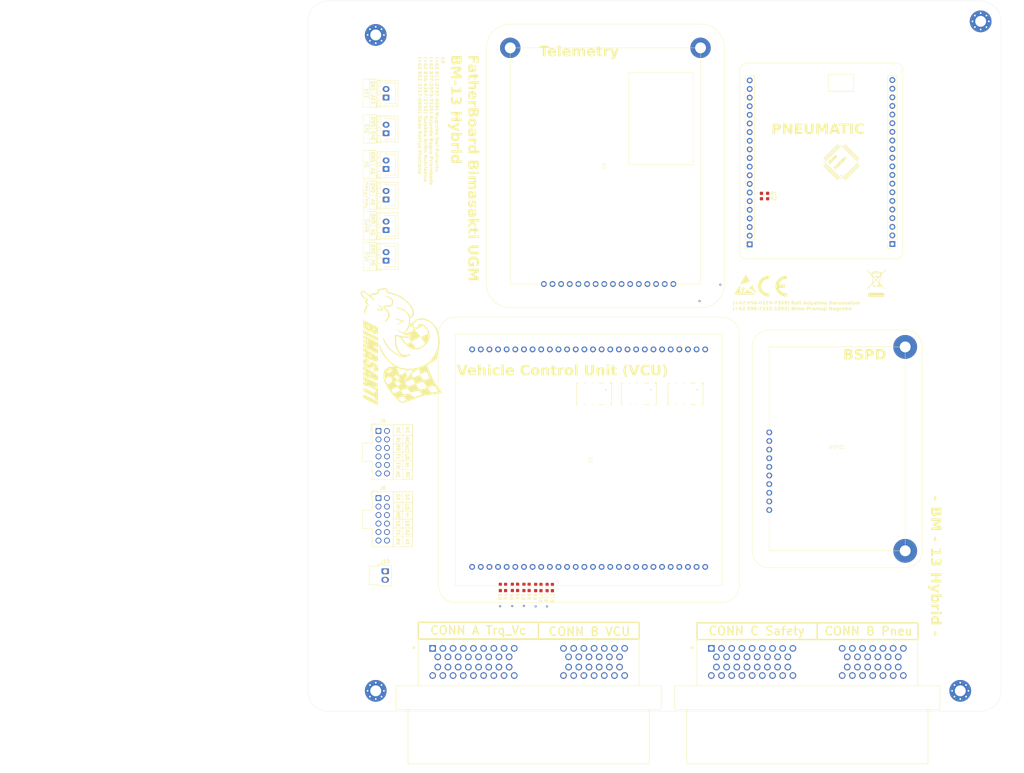
<source format=kicad_pcb>
(kicad_pcb (version 20241229) (generator "pcbnew") (generator_version "9.0")
  (layers (0 "F.Cu" signal) (2 "B.Cu" signal) (13 "F.Paste" user) (15 "B.Paste" user) (5 "F.SilkS" user "F.Silkscreen") (7 "B.SilkS" user "B.Silkscreen") (1 "F.Mask" user) (3 "B.Mask" user) (25 "Edge.Cuts" user))
  (net 0 "")
  (net 2 "SDC_B")
  (net 3 "GND")
  (net 4 "12V")
  (net 5 "3V3")
  (net 6 "ECU_LO")
  (net 7 "ESC2_LO")
  (net 8 "ESC1_LO")
  (net 10 "DISP_HI")
  (net 11 "BMS_LO")
  (net 12 "ECU_HI")
  (net 14 "IND_SWITCH")
  (net 15 "BMS_HI")
  (net 17 "ESC1_HI")
  (net 18 "ESC2_HI")
  (net 19 "TPS")
  (net 21 "DISP_LO")
  (net 22 "STEER_IN")
  (net 23 "BRK_P")
  (net 24 "SS")
  (net 25 "SUSP4")
  (net 26 "ENG_RLY")
  (net 27 "SUSP2")
  (net 28 "APPS_IN1")
  (net 29 "STM_RX")
  (net 30 "APPS_IN2")
  (net 31 "SCK")
  (net 32 "AIR")
  (net 33 "MISO")
  (net 34 "MOSI")
  (net 35 "AMB_TEMP")
  (net 36 "SUSP1")
  (net 37 "SUSP3")
  (net 38 "SWITCH_HY")
  (net 39 "STM_TX")
  (net 40 "WS_FL")
  (net 41 "WS_FR")
  (net 42 "WS_RL")
  (net 43 "WS_RR")
  (net 44 "SCK_T")
  (net 47 "MISO_T")
  (net 49 "MOSI_T")
  (net 52 "CS_T")
  (net 59 "SAFETY")
  (net 60 "SDC_IN")
  (net 61 "FAN_BATT")
  (net 62 "BRAKE_LIGHT")
  (net 63 "SDC_OUT")
  (net 64 "PDM")
  (net 70 "TX_PNEU")
  (net 71 "RX_PNEU")
  (net 117 "5V_T")
  (net 118 "5V_B")
  (net 119 "5V_V")
  (net 120 "5V_P")
  (net 121 "PNEU_UP")
  (net 122 "PNEU_DOWN")
  (net 123 "UP")
  (net 124 "DOWN")
  (net 128 "SUSP1_L")
  (net 129 "SUSP2_L")
  (net 130 "SUSP3_L")
  (net 131 "SUSP4_L")
  (net 132 "BRK_P_L")
  (net 142 "GPOS")
  (footprint "Resistor_SMD:R_0603_1608Metric_Pad0.98x0.95mm_HandSolder" (layer "F.Cu") (at 208.213748 272.587356 -90)
    (property "Reference" "R4" (at 2.660815 -0.017242 90) (layer "F.SilkS"))
    (property "Value" "3K")
    (pad "1" smd roundrect (at -0.9125 0 270) (size 0.975 0.95) (layers "F.Cu" "F.Mask" "F.Paste") (net 128 "SUSP1_L"))
    (pad "2" smd roundrect (at 0.9125 0 270) (size 0.975 0.95) (layers "F.Cu" "F.Mask" "F.Paste") (net 36 "SUSP1"))
  )
  (footprint "Resistor_SMD:R_0603_1608Metric_Pad0.98x0.95mm_HandSolder" (layer "F.Cu") (at 215.143046 272.577142 -90)
    (property "Reference" "R8" (at 2.669061 -0.125378 90) (layer "F.SilkS"))
    (property "Value" "3K")
    (pad "1" smd roundrect (at -0.9125 0 270) (size 0.975 0.95) (layers "F.Cu" "F.Mask" "F.Paste") (net 130 "SUSP3_L"))
    (pad "2" smd roundrect (at 0.9125 0 270) (size 0.975 0.95) (layers "F.Cu" "F.Mask" "F.Paste") (net 37 "SUSP3"))
  )
  (footprint "Connector_JST:JST_XH_B2B-XH-A_1x02_P2.50mm_Vertical" (layer "F.Cu") (at 173.05 158.425 90)
    (property "Reference" "Tele/Pneu" (at 1.275 -5.8 90) (layer "F.SilkS"))
    (property "Value" "5V_1")
    (pad "1" thru_hole roundrect (at 0 0 90) (size 1.7 2) (drill 1) (layers "*.Cu" "*.Mask") (roundrect_rratio 0.147059) (net 117 "5V_T"))
    (pad "2" thru_hole oval (at 2.5 0 90) (size 1.7 2) (drill 1) (layers "*.Cu" "*.Mask") (net 3 "GND"))
  )
  (footprint "Connector_Molex:Molex_Nano-Fit_105310-xx12_2x06_P2.50mm_Vertical" (layer "F.Cu") (at 170.8 226.525)
    (property "Reference" "J9" (at 1.25 -2.92 0) (layer "F.SilkS"))
    (property "Value" "SIGNAL 2")
    (pad "" np_thru_hole circle (at -1.34 6.25) (size 1.3 1.3) (drill 1.3) (layers "*.Cu" "*.Mask"))
    (pad "1" thru_hole roundrect (at 0 0) (size 1.7 1.7) (drill 1.2) (layers "*.Cu" "*.Mask") (roundrect_rratio 0.147059))
    (pad "2" thru_hole circle (at 0 2.5) (size 1.7 1.7) (drill 1.2) (layers "*.Cu" "*.Mask") (net 42 "WS_RL"))
    (pad "3" thru_hole circle (at 0 5) (size 1.7 1.7) (drill 1.2) (layers "*.Cu" "*.Mask") (net 43 "WS_RR"))
    (pad "4" thru_hole circle (at 0 7.5) (size 1.7 1.7) (drill 1.2) (layers "*.Cu" "*.Mask") (net 40 "WS_FL"))
    (pad "5" thru_hole circle (at 0 10) (size 1.7 1.7) (drill 1.2) (layers "*.Cu" "*.Mask") (net 41 "WS_FR"))
    (pad "6" thru_hole circle (at 0 12.5) (size 1.7 1.7) (drill 1.2) (layers "*.Cu" "*.Mask"))
    (pad "7" thru_hole circle (at 2.5 0) (size 1.7 1.7) (drill 1.2) (layers "*.Cu" "*.Mask"))
    (pad "8" thru_hole circle (at 2.5 2.5) (size 1.7 1.7) (drill 1.2) (layers "*.Cu" "*.Mask"))
    (pad "9" thru_hole circle (at 2.5 5) (size 1.7 1.7) (drill 1.2) (layers "*.Cu" "*.Mask"))
    (pad "10" thru_hole circle (at 2.5 7.5) (size 1.7 1.7) (drill 1.2) (layers "*.Cu" "*.Mask") (net 7 "ESC2_LO"))
    (pad "11" thru_hole circle (at 2.5 10) (size 1.7 1.7) (drill 1.2) (layers "*.Cu" "*.Mask") (net 18 "ESC2_HI"))
    (pad "12" thru_hole circle (at 2.5 12.5) (size 1.7 1.7) (drill 1.2) (layers "*.Cu" "*.Mask"))
  )
  (footprint "Resistor_SMD:R_0603_1608Metric_Pad0.98x0.95mm_HandSolder" (layer "F.Cu") (at 284.4125 156.6 180)
    (property "Reference" "R2" (at -2.7125 -1.525 0) (layer "F.SilkS"))
    (property "Value" "R")
    (pad "1" smd roundrect (at -0.9125 0 180) (size 0.975 0.95) (layers "F.Cu" "F.Mask" "F.Paste") (net 3 "GND"))
    (pad "2" smd roundrect (at 0.9125 0 180) (size 0.975 0.95) (layers "F.Cu" "F.Mask" "F.Paste") (net 123 "UP"))
  )
  (footprint "Symbol:WEEE-Logo_5.6x8mm_SilkScreen" (layer "F.Cu") (at 317.275 183.025)
    (property "Reference" "REF**" (hide yes))
    (property "Value" "WEEE-Logo_5.6x8mm_SilkScreen" (hide yes))
  )
  (footprint "Resistor_SMD:R_0603_1608Metric_Pad0.98x0.95mm_HandSolder" (layer "F.Cu") (at 218.626 272.604475 -90)
    (property "Reference" "R10" (at 2.928868 -0.050939 90) (layer "F.SilkS"))
    (property "Value" "3K")
    (pad "1" smd roundrect (at -0.9125 0 270) (size 0.975 0.95) (layers "F.Cu" "F.Mask" "F.Paste") (net 131 "SUSP4_L"))
    (pad "2" smd roundrect (at 0.9125 0 270) (size 0.975 0.95) (layers "F.Cu" "F.Mask" "F.Paste") (net 25 "SUSP4"))
  )
  (footprint "0_FootprintTelemetry:0_FootprintTelemetry" (layer "F.Cu") (at 237.575 148.55 90)
    (property "Reference" "U4" (at 0 -0.5 90) (layer "F.SilkS") (effects (font (thickness 0.1))))
    (property "Value" "~")
    (pad "1" thru_hole circle (at -34.75 20 90) (size 1.7 1.7) (drill 1) (layers "*.Cu" "*.Mask") (net 117 "5V_T"))
    (pad "2" thru_hole circle (at -34.75 17.46 90) (size 1.7 1.7) (drill 1) (layers "*.Cu" "*.Mask") (net 3 "GND"))
    (pad "3" thru_hole circle (at -34.75 14.92 90) (size 1.7 1.7) (drill 1) (layers "*.Cu" "*.Mask") (net 3 "GND"))
    (pad "4" thru_hole circle (at -34.75 12.38 90) (size 1.7 1.7) (drill 1) (layers "*.Cu" "*.Mask") (net 3 "GND"))
    (pad "5" thru_hole circle (at -34.75 9.84 90) (size 1.7 1.7) (drill 1) (layers "*.Cu" "*.Mask") (net 52 "CS_T"))
    (pad "6" thru_hole circle (at -34.75 7.3 90) (size 1.7 1.7) (drill 1) (layers "*.Cu" "*.Mask") (net 49 "MOSI_T"))
    (pad "7" thru_hole circle (at -34.75 4.76 90) (size 1.7 1.7) (drill 1) (layers "*.Cu" "*.Mask") (net 47 "MISO_T"))
    (pad "8" thru_hole circle (at -34.75 2.22 90) (size 1.7 1.7) (drill 1) (layers "*.Cu" "*.Mask") (net 44 "SCK_T"))
    (pad "9" thru_hole circle (at -34.75 -0.32 90) (size 1.7 1.7) (drill 1) (layers "*.Cu" "*.Mask") (net 3 "GND"))
    (pad "10" thru_hole circle (at -34.75 -2.86 90) (size 1.7 1.7) (drill 1) (layers "*.Cu" "*.Mask") (net 3 "GND"))
    (pad "11" thru_hole circle (at -34.75 -5.4 90) (size 1.7 1.7) (drill 1) (layers "*.Cu" "*.Mask") (net 3 "GND"))
    (pad "12" thru_hole circle (at -34.75 -7.94 90) (size 1.7 1.7) (drill 1) (layers "*.Cu" "*.Mask") (net 3 "GND"))
    (pad "12" thru_hole circle (at 34.75 28 90) (size 6 6) (drill 3.2) (layers "*.Cu" "*.Mask") (net 3 "GND"))
    (pad "13" thru_hole circle (at -34.75 -10.48 90) (size 1.7 1.7) (drill 1) (layers "*.Cu" "*.Mask") (net 3 "GND"))
    (pad "13" thru_hole circle (at 34.75 -28 90) (size 6 6) (drill 3.2) (layers "*.Cu" "*.Mask") (net 3 "GND"))
    (pad "14" thru_hole circle (at -34.75 -13.02 90) (size 1.7 1.7) (drill 1) (layers "*.Cu" "*.Mask") (net 3 "GND"))
    (pad "15" thru_hole circle (at -34.75 -15.56 90) (size 1.7 1.7) (drill 1) (layers "*.Cu" "*.Mask") (net 3 "GND"))
    (pad "16" thru_hole circle (at -34.75 -18.1 90) (size 1.7 1.7) (drill 1) (layers "*.Cu" "*.Mask") (net 3 "GND"))
  )
  (footprint "Resistor_SMD:R_0603_1608Metric_Pad0.98x0.95mm_HandSolder" (layer "F.Cu") (at 206.668616 272.590818 -90)
    (property "Reference" "R3" (at 2.789593 0.029301 90) (layer "F.SilkS"))
    (property "Value" "2K")
    (pad "1" smd roundrect (at -0.9125 0 270) (size 0.975 0.95) (layers "F.Cu" "F.Mask" "F.Paste") (net 128 "SUSP1_L"))
    (pad "2" smd roundrect (at 0.9125 0 270) (size 0.975 0.95) (layers "F.Cu" "F.Mask" "F.Paste") (net 3 "GND"))
  )
  (footprint "MountingHole:MountingHole_3.2mm_M3_Pad_Via" (layer "F.Cu") (at 170 110)
    (property "Reference" "REF**" (hide yes))
    (property "Value" "MountingHole_3.2mm_M3_Pad_Via")
    (pad "1" thru_hole circle (at -2.4 0) (size 0.8 0.8) (drill 0.5) (layers "*.Cu" "*.Mask"))
    (pad "1" thru_hole circle (at -1.697056 -1.697056) (size 0.8 0.8) (drill 0.5) (layers "*.Cu" "*.Mask"))
    (pad "1" thru_hole circle (at -1.697056 1.697056) (size 0.8 0.8) (drill 0.5) (layers "*.Cu" "*.Mask"))
    (pad "1" thru_hole circle (at 0 -2.4) (size 0.8 0.8) (drill 0.5) (layers "*.Cu" "*.Mask"))
    (pad "1" thru_hole circle (at 0 0) (size 6.4 6.4) (drill 3.2) (layers "*.Cu" "*.Mask"))
    (pad "1" thru_hole circle (at 0 2.4) (size 0.8 0.8) (drill 0.5) (layers "*.Cu" "*.Mask"))
    (pad "1" thru_hole circle (at 1.697056 -1.697056) (size 0.8 0.8) (drill 0.5) (layers "*.Cu" "*.Mask"))
    (pad "1" thru_hole circle (at 1.697056 1.697056) (size 0.8 0.8) (drill 0.5) (layers "*.Cu" "*.Mask"))
    (pad "1" thru_hole circle (at 2.4 0) (size 0.8 0.8) (drill 0.5) (layers "*.Cu" "*.Mask"))
  )
  (footprint "Resistor_SMD:R_0603_1608Metric_Pad0.98x0.95mm_HandSolder" (layer "F.Cu") (at 211.746249 272.564011 -90)
    (property "Reference" "R6" (at 2.563345 0 90) (layer "F.SilkS"))
    (property "Value" "3K")
    (pad "1" smd roundrect (at -0.9125 0 270) (size 0.975 0.95) (layers "F.Cu" "F.Mask" "F.Paste") (net 129 "SUSP2_L"))
    (pad "2" smd roundrect (at 0.9125 0 270) (size 0.975 0.95) (layers "F.Cu" "F.Mask" "F.Paste") (net 27 "SUSP2"))
  )
  (footprint "Symbol:CE-Logo_8.5x6mm_SilkScreen" (layer "F.Cu") (at 286.75 183.925)
    (property "Reference" "REF**" (hide yes))
    (property "Value" "CE-Logo_8.5x6mm_SilkScreen" (hide yes))
  )
  (footprint "0_FootPrintBPSD:FootPrintBPSD" (layer "F.Cu") (at 305.8 231.8)
    (property "Reference" "BSPD1" (at 0 -0.5 0) (layer "F.SilkS") (effects (font (thickness 0.1))))
    (property "Value" "~")
    (pad "1" thru_hole circle (at -20 18) (size 1.7 1.7) (drill 1) (layers "*.Cu" "*.Mask"))
    (pad "2" thru_hole circle (at -20 15.46) (size 1.7 1.7) (drill 1) (layers "*.Cu" "*.Mask"))
    (pad "3" thru_hole circle (at -20 12.92) (size 1.7 1.7) (drill 1) (layers "*.Cu" "*.Mask") (net 2 "SDC_B"))
    (pad "4" thru_hole circle (at -20 10.38) (size 1.7 1.7) (drill 1) (layers "*.Cu" "*.Mask") (net 63 "SDC_OUT"))
    (pad "5" thru_hole circle (at -20 7.84) (size 1.7 1.7) (drill 1) (layers "*.Cu" "*.Mask") (net 19 "TPS"))
    (pad "6" thru_hole circle (at -20 5.3) (size 1.7 1.7) (drill 1) (layers "*.Cu" "*.Mask") (net 23 "BRK_P"))
    (pad "7" thru_hole circle (at -20 2.76) (size 1.7 1.7) (drill 1) (layers "*.Cu" "*.Mask") (net 118 "5V_B"))
    (pad "8" thru_hole circle (at -20 0.22) (size 1.7 1.7) (drill 1) (layers "*.Cu" "*.Mask"))
    (pad "9" thru_hole circle (at -20 -2.32) (size 1.7 1.7) (drill 1) (layers "*.Cu" "*.Mask"))
    (pad "10" thru_hole circle (at -20 -4.86) (size 1.7 1.7) (drill 1) (layers "*.Cu" "*.Mask") (net 3 "GND"))
    (pad "12" thru_hole circle (at 20 -30) (size 7 7) (drill 3.2) (layers "*.Cu" "*.Mask") (net 3 "GND"))
    (pad "14" thru_hole circle (at 20 30) (size 7 7) (drill 3.2) (layers "*.Cu" "*.Mask") (net 3 "GND"))
  )
  (footprint "MountingHole:MountingHole_3.2mm_M3_Pad_Via" (layer "F.Cu") (at 170 303)
    (property "Reference" "REF**" (hide yes))
    (property "Value" "MountingHole_3.2mm_M3_Pad_Via")
    (pad "1" thru_hole circle (at -2.4 0) (size 0.8 0.8) (drill 0.5) (layers "*.Cu" "*.Mask"))
    (pad "1" thru_hole circle (at -1.697056 -1.697056) (size 0.8 0.8) (drill 0.5) (layers "*.Cu" "*.Mask"))
    (pad "1" thru_hole circle (at -1.697056 1.697056) (size 0.8 0.8) (drill 0.5) (layers "*.Cu" "*.Mask"))
    (pad "1" thru_hole circle (at 0 -2.4) (size 0.8 0.8) (drill 0.5) (layers "*.Cu" "*.Mask"))
    (pad "1" thru_hole circle (at 0 0) (size 6.4 6.4) (drill 3.2) (layers "*.Cu" "*.Mask"))
    (pad "1" thru_hole circle (at 0 2.4) (size 0.8 0.8) (drill 0.5) (layers "*.Cu" "*.Mask"))
    (pad "1" thru_hole circle (at 1.697056 -1.697056) (size 0.8 0.8) (drill 0.5) (layers "*.Cu" "*.Mask"))
    (pad "1" thru_hole circle (at 1.697056 1.697056) (size 0.8 0.8) (drill 0.5) (layers "*.Cu" "*.Mask"))
    (pad "1" thru_hole circle (at 2.4 0) (size 0.8 0.8) (drill 0.5) (layers "*.Cu" "*.Mask"))
  )
  (footprint "Resistor_SMD:R_0603_1608Metric_Pad0.98x0.95mm_HandSolder" (layer "F.Cu") (at 284.4125 158.2)
    (property "Reference" "R1" (at 2.6875 -1.5 0) (layer "F.SilkS"))
    (property "Value" "R")
    (pad "1" smd roundrect (at -0.9125 0) (size 0.975 0.95) (layers "F.Cu" "F.Mask" "F.Paste") (net 124 "DOWN"))
    (pad "2" smd roundrect (at 0.9125 0) (size 0.975 0.95) (layers "F.Cu" "F.Mask" "F.Paste") (net 3 "GND"))
  )
  (footprint "Resistor_SMD:R_0603_1608Metric_Pad0.98x0.95mm_HandSolder" (layer "F.Cu") (at 220.425573 272.6115 -90)
    (property "Reference" "R11" (at 2.845761 0.140013 90) (layer "F.SilkS"))
    (property "Value" "2K")
    (pad "1" smd roundrect (at -0.9125 0 270) (size 0.975 0.95) (layers "F.Cu" "F.Mask" "F.Paste") (net 132 "BRK_P_L"))
    (pad "2" smd roundrect (at 0.9125 0 270) (size 0.975 0.95) (layers "F.Cu" "F.Mask" "F.Paste") (net 3 "GND"))
  )
  (footprint "Connector_JST:JST_XH_B2B-XH-A_1x02_P2.50mm_Vertical" (layer "F.Cu") (at 173.05 138.925 90)
    (property "Reference" "3V3" (at 1.275 -5.65 90) (layer "F.SilkS"))
    (property "Value" "3V3_1")
    (pad "1" thru_hole roundrect (at 0 0 90) (size 1.7 2) (drill 1) (layers "*.Cu" "*.Mask") (roundrect_rratio 0.147059) (net 5 "3V3"))
    (pad "2" thru_hole oval (at 2.5 0 90) (size 1.7 2) (drill 1) (layers "*.Cu" "*.Mask") (net 3 "GND"))
  )
  (footprint "MountingHole:MountingHole_3.2mm_M3_Pad_Via" (layer "F.Cu") (at 348 106)
    (property "Reference" "REF**" (hide yes))
    (property "Value" "MountingHole_3.2mm_M3_Pad_Via")
    (pad "1" thru_hole circle (at -2.4 0) (size 0.8 0.8) (drill 0.5) (layers "*.Cu" "*.Mask"))
    (pad "1" thru_hole circle (at -1.697056 -1.697056) (size 0.8 0.8) (drill 0.5) (layers "*.Cu" "*.Mask"))
    (pad "1" thru_hole circle (at -1.697056 1.697056) (size 0.8 0.8) (drill 0.5) (layers "*.Cu" "*.Mask"))
    (pad "1" thru_hole circle (at 0 -2.4) (size 0.8 0.8) (drill 0.5) (layers "*.Cu" "*.Mask"))
    (pad "1" thru_hole circle (at 0 0) (size 6.4 6.4) (drill 3.2) (layers "*.Cu" "*.Mask"))
    (pad "1" thru_hole circle (at 0 2.4) (size 0.8 0.8) (drill 0.5) (layers "*.Cu" "*.Mask"))
    (pad "1" thru_hole circle (at 1.697056 -1.697056) (size 0.8 0.8) (drill 0.5) (layers "*.Cu" "*.Mask"))
    (pad "1" thru_hole circle (at 1.697056 1.697056) (size 0.8 0.8) (drill 0.5) (layers "*.Cu" "*.Mask"))
    (pad "1" thru_hole circle (at 2.4 0) (size 0.8 0.8) (drill 0.5) (layers "*.Cu" "*.Mask"))
  )
  (footprint "Resistor_SMD:R_0603_1608Metric_Pad0.98x0.95mm_HandSolder" (layer "F.Cu") (at 221.985804 272.620843 -90)
    (property "Reference" "R12" (at 3.0125 -0.1 90) (layer "F.SilkS"))
    (property "Value" "3K")
    (pad "1" smd roundrect (at -0.9125 0 270) (size 0.975 0.95) (layers "F.Cu" "F.Mask" "F.Paste") (net 132 "BRK_P_L"))
    (pad "2" smd roundrect (at 0.9125 0 270) (size 0.975 0.95) (layers "F.Cu" "F.Mask" "F.Paste") (net 23 "BRK_P"))
  )
  (footprint "Resistor_SMD:R_0603_1608Metric_Pad0.98x0.95mm_HandSolder" (layer "F.Cu") (at 210.202148 272.566761 -90)
    (property "Reference" "R5" (at 2.833572 0.099176 90) (layer "F.SilkS"))
    (property "Value" "2K")
    (pad "1" smd roundrect (at -0.9125 0 270) (size 0.975 0.95) (layers "F.Cu" "F.Mask" "F.Paste") (net 129 "SUSP2_L"))
    (pad "2" smd roundrect (at 0.9125 0 270) (size 0.975 0.95) (layers "F.Cu" "F.Mask" "F.Paste") (net 3 "GND"))
  )
  (footprint "Bimasakti:BIMSAK GEDE BANGET" (layer "F.Cu") (at 177.475 201.75 -90)
    (property "Reference" "G***" (hide yes))
    (property "Value" "LOGO" (hide yes))
  )
  (footprint "Connector_JST:JST_XH_B2B-XH-A_1x02_P2.50mm_Vertical" (layer "F.Cu") (at 173.05 167.425 90)
    (property "Reference" "BSPD" (at 1.275 -5.65 90) (layer "F.SilkS"))
    (property "Value" "5V_2")
    (pad "1" thru_hole roundrect (at 0 0 90) (size 1.7 2) (drill 1) (layers "*.Cu" "*.Mask") (roundrect_rratio 0.147059) (net 118 "5V_B"))
    (pad "2" thru_hole oval (at 2.5 0 90) (size 1.7 2) (drill 1) (layers "*.Cu" "*.Mask") (net 3 "GND"))
  )
  (footprint "Connector_JST:JST_XH_B2B-XH-A_1x02_P2.50mm_Vertical" (layer "F.Cu") (at 173.05 149.425 90)
    (property "Reference" "5V" (at 1.275 -5.7 90) (layer "F.SilkS"))
    (property "Value" "5V_5")
    (pad "1" thru_hole roundrect (at 0 0 90) (size 1.7 2) (drill 1) (layers "*.Cu" "*.Mask") (roundrect_rratio 0.147059) (net 120 "5V_P"))
    (pad "2" thru_hole oval (at 2.5 0 90) (size 1.7 2) (drill 1) (layers "*.Cu" "*.Mask") (net 3 "GND"))
  )
  (footprint "MountingHole:MountingHole_3.2mm_M3_Pad_Via" (layer "F.Cu") (at 342 303)
    (property "Reference" "REF**" (hide yes))
    (property "Value" "MountingHole_3.2mm_M3_Pad_Via")
    (pad "1" thru_hole circle (at -2.4 0) (size 0.8 0.8) (drill 0.5) (layers "*.Cu" "*.Mask"))
    (pad "1" thru_hole circle (at -1.697056 -1.697056) (size 0.8 0.8) (drill 0.5) (layers "*.Cu" "*.Mask"))
    (pad "1" thru_hole circle (at -1.697056 1.697056) (size 0.8 0.8) (drill 0.5) (layers "*.Cu" "*.Mask"))
    (pad "1" thru_hole circle (at 0 -2.4) (size 0.8 0.8) (drill 0.5) (layers "*.Cu" "*.Mask"))
    (pad "1" thru_hole circle (at 0 0) (size 6.4 6.4) (drill 3.2) (layers "*.Cu" "*.Mask"))
    (pad "1" thru_hole circle (at 0 2.4) (size 0.8 0.8) (drill 0.5) (layers "*.Cu" "*.Mask"))
    (pad "1" thru_hole circle (at 1.697056 -1.697056) (size 0.8 0.8) (drill 0.5) (layers "*.Cu" "*.Mask"))
    (pad "1" thru_hole circle (at 1.697056 1.697056) (size 0.8 0.8) (drill 0.5) (layers "*.Cu" "*.Mask"))
    (pad "1" thru_hole circle (at 2.4 0) (size 0.8 0.8) (drill 0.5) (layers "*.Cu" "*.Mask"))
  )
  (footprint "Connector_JST:JST_XH_B2B-XH-A_1x02_P2.50mm_Vertical" (layer "F.Cu") (at 173.05 176.425 90)
    (property "Reference" "VCU" (at 1.225 -5.65 90) (layer "F.SilkS"))
    (property "Value" "5V_3")
    (pad "1" thru_hole roundrect (at 0 0 90) (size 1.7 2) (drill 1) (layers "*.Cu" "*.Mask") (roundrect_rratio 0.147059) (net 119 "5V_V"))
    (pad "2" thru_hole oval (at 2.5 0 90) (size 1.7 2) (drill 1) (layers "*.Cu" "*.Mask") (net 3 "GND"))
  )
  (footprint "Resistor_SMD:R_0603_1608Metric_Pad0.98x0.95mm_HandSolder" (layer "F.Cu") (at 213.602057 272.576484 -90)
    (property "Reference" "R7" (at 2.825795 0.020256 90) (layer "F.SilkS"))
    (property "Value" "2K")
    (pad "1" smd roundrect (at -0.9125 0 270) (size 0.975 0.95) (layers "F.Cu" "F.Mask" "F.Paste") (net 130 "SUSP3_L"))
    (pad "2" smd roundrect (at 0.9125 0 270) (size 0.975 0.95) (layers "F.Cu" "F.Mask" "F.Paste") (net 3 "GND"))
  )
  (footprint "0_FootprintVCU:FootprintVCU" (layer "F.Cu") (at 232.7 235.025 -90)
    (property "Reference" "U2" (at 0 -0.5 270) (layer "F.SilkS") (effects (font (thickness 0.1))))
    (property "Value" "~")
    (fp_text user "*" (at -22.5806 -6.248001 270) (layer "F.SilkS"))
    (fp_text user "*" (at -20.6533 -32.243836 90) (layer "F.SilkS"))
    (fp_text user "*" (at -20.6533 -18.527836 90) (layer "F.SilkS"))
    (fp_text user "*" (at -22.5806 -33.172001 270) (layer "F.SilkS"))
    (fp_text user "*" (at -22.5806 -19.456001 270) (layer "F.SilkS"))
    (fp_text user "*" (at -20.6533 -5.319836 90) (layer "F.SilkS"))
    (pad "1" thru_hole circle (at -32.5 -34.25 270) (size 1.7 1.7) (drill 1) (layers "*.Cu" "*.Mask") (net 4 "12V"))
    (pad "2" thru_hole circle (at -32.5 -31.71 270) (size 1.7 1.7) (drill 1) (layers "*.Cu" "*.Mask") (net 3 "GND"))
    (pad "3" thru_hole circle (at -32.5 -29.17 270) (size 1.7 1.7) (drill 1) (layers "*.Cu" "*.Mask") (net 26 "ENG_RLY"))
    (pad "4" thru_hole circle (at -32.5 -26.63 270) (size 1.7 1.7) (drill 1) (layers "*.Cu" "*.Mask") (net 64 "PDM"))
    (pad "5" thru_hole circle (at -32.5 -24.09 270) (size 1.7 1.7) (drill 1) (layers "*.Cu" "*.Mask") (net 59 "SAFETY"))
    (pad "6" thru_hole circle (at -32.5 -21.55 270) (size 1.7 1.7) (drill 1) (layers "*.Cu" "*.Mask") (net 38 "SWITCH_HY"))
    (pad "7" thru_hole circle (at -32.5 -19.01 270) (size 1.7 1.7) (drill 1) (layers "*.Cu" "*.Mask") (net 32 "AIR"))
    (pad "8" thru_hole circle (at -32.5 -16.47 270) (size 1.7 1.7) (drill 1) (layers "*.Cu" "*.Mask") (net 59 "SAFETY"))
    (pad "9" thru_hole circle (at -32.5 -13.93 270) (size 1.7 1.7) (drill 1) (layers "*.Cu" "*.Mask") (net 60 "SDC_IN"))
    (pad "10" thru_hole circle (at -32.5 -11.39 270) (size 1.7 1.7) (drill 1) (layers "*.Cu" "*.Mask") (net 2 "SDC_B"))
    (pad "11" thru_hole circle (at -32.5 -8.85 270) (size 1.7 1.7) (drill 1) (layers "*.Cu" "*.Mask") (net 62 "BRAKE_LIGHT"))
    (pad "12" thru_hole circle (at -32.5 -6.31 270) (size 1.7 1.7) (drill 1) (layers "*.Cu" "*.Mask") (net 61 "FAN_BATT"))
    (pad "13" thru_hole circle (at -32.5 -3.77 270) (size 1.7 1.7) (drill 1) (layers "*.Cu" "*.Mask") (net 3 "GND"))
    (pad "14" thru_hole circle (at -32.5 -1.23 270) (size 1.7 1.7) (drill 1) (layers "*.Cu" "*.Mask") (net 39 "STM_TX"))
    (pad "15" thru_hole circle (at -32.5 1.31 270) (size 1.7 1.7) (drill 1) (layers "*.Cu" "*.Mask") (net 3 "GND"))
    (pad "16" thru_hole circle (at -32.5 3.85 270) (size 1.7 1.7) (drill 1) (layers "*.Cu" "*.Mask") (net 29 "STM_RX"))
    (pad "17" thru_hole circle (at -32.5 6.39 270) (size 1.7 1.7) (drill 1) (layers "*.Cu" "*.Mask") (net 3 "GND"))
    (pad "18" thru_hole circle (at -32.5 8.93 270) (size 1.7 1.7) (drill 1) (layers "*.Cu" "*.Mask") (net 3 "GND"))
    (pad "19" thru_hole circle (at -32.5 11.47 270) (size 1.7 1.7) (drill 1) (layers "*.Cu" "*.Mask") (net 52 "CS_T"))
    (pad "20" thru_hole circle (at -32.5 14.01 270) (size 1.7 1.7) (drill 1) (layers "*.Cu" "*.Mask") (net 3 "GND"))
    (pad "21" thru_hole circle (at -32.5 16.55 270) (size 1.7 1.7) (drill 1) (layers "*.Cu" "*.Mask") (net 49 "MOSI_T"))
    (pad "22" thru_hole circle (at -32.5 19.09 270) (size 1.7 1.7) (drill 1) (layers "*.Cu" "*.Mask") (net 3 "GND"))
    (pad "23" thru_hole circle (at -32.5 21.63 270) (size 1.7 1.7) (drill 1) (layers "*.Cu" "*.Mask") (net 47 "MISO_T"))
    (pad "24" thru_hole circle (at -32.5 24.17 270) (size 1.7 1.7) (drill 1) (layers "*.Cu" "*.Mask") (net 3 "GND"))
    (pad "25" thru_hole circle (at -32.5 26.71 270) (size 1.7 1.7) (drill 1) (layers "*.Cu" "*.Mask") (net 44 "SCK_T"))
    (pad "26" thru_hole circle (at -32.5 29.25 270) (size 1.7 1.7) (drill 1) (layers "*.Cu" "*.Mask") (net 3 "GND"))
    (pad "27" thru_hole circle (at -32.5 31.79 270) (size 1.7 1.7) (drill 1) (layers "*.Cu" "*.Mask") (net 14 "IND_SWITCH"))
    (pad "28" thru_hole circle (at -32.5 34.33 270) (size 1.7 1.7) (drill 1) (layers "*.Cu" "*.Mask") (net 119 "5V_V"))
    (pad "29" thru_hole circle (at 31.5 -34.25 270) (size 1.7 1.7) (drill 1) (layers "*.Cu" "*.Mask") (net 119 "5V_V"))
    (pad "30" thru_hole circle (at 31.5 -31.71 270) (size 1.7 1.7) (drill 1) (layers "*.Cu" "*.Mask") (net 3 "GND"))
    (pad "31" thru_hole circle (at 31.5 -29.17 270) (size 1.7 1.7) (drill 1) (layers "*.Cu" "*.Mask") (net 3 "GND"))
    (pad "32" thru_hole circle (at 31.5 -26.63 270) (size 1.7 1.7) (drill 1) (layers "*.Cu" "*.Mask") (net 12 "ECU_HI"))
    (pad "33" thru_hole circle (at 31.5 -24.09 270) (size 1.7 1.7) (drill 1) (layers "*.Cu" "*.Mask") (net 6 "ECU_LO"))
    (pad "34" thru_hole circle (at 31.5 -21.55 270) (size 1.7 1.7) (drill 1) (layers "*.Cu" "*.Mask") (net 3 "GND"))
    (pad "35" thru_hole circle (at 31.5 -19.01 270) (size 1.7 1.7) (drill 1) (layers "*.Cu" "*.Mask") (net 15 "BMS_HI"))
    (pad "36" thru_hole circle (at 31.5 -16.47 270) (size 1.7 1.7) (drill 1) (layers "*.Cu" "*.Mask") (net 11 "BMS_LO"))
    (pad "37" thru_hole circle (at 31.5 -13.93 270) (size 1.7 1.7) (drill 1) (layers "*.Cu" "*.Mask") (net 3 "GND"))
    (pad "38" thru_hole circle (at 31.5 -11.39 270) (size 1.7 1.7) (drill 1) (layers "*.Cu" "*.Mask") (net 10 "DISP_HI"))
    (pad "39" thru_hole circle (at 31.5 -8.85 270) (size 1.7 1.7) (drill 1) (layers "*.Cu" "*.Mask") (net 21 "DISP_LO"))
    (pad "40" thru_hole circle (at 31.5 -6.31 270) (size 1.7 1.7) (drill 1) (layers "*.Cu" "*.Mask") (net 3 "GND"))
    (pad "41" thru_hole circle (at 31.5 -3.77 270) (size 1.7 1.7) (drill 1) (layers "*.Cu" "*.Mask") (net 3 "GND"))
    (pad "42" thru_hole circle (at 31.5 -1.23 270) (size 1.7 1.7) (drill 1) (layers "*.Cu" "*.Mask"))
    (pad "43" thru_hole circle (at 31.5 1.31 270) (size 1.7 1.7) (drill 1) (layers "*.Cu" "*.Mask"))
    (pad "44" thru_hole circle (at 31.5 3.85 270) (size 1.7 1.7) (drill 1) (layers "*.Cu" "*.Mask"))
    (pad "45" thru_hole circle (at 31.5 6.39 270) (size 1.7 1.7) (drill 1) (layers "*.Cu" "*.Mask") (net 132 "BRK_P_L"))
    (pad "46" thru_hole circle (at 31.5 8.93 270) (size 1.7 1.7) (drill 1) (layers "*.Cu" "*.Mask") (net 131 "SUSP4_L"))
    (pad "47" thru_hole circle (at 31.5 11.47 270) (size 1.7 1.7) (drill 1) (layers "*.Cu" "*.Mask") (net 130 "SUSP3_L"))
    (pad "48" thru_hole circle (at 31.5 14.01 270) (size 1.7 1.7) (drill 1) (layers "*.Cu" "*.Mask") (net 129 "SUSP2_L"))
    (pad "49" thru_hole circle (at 31.5 16.55 270) (size 1.7 1.7) (drill 1) (layers "*.Cu" "*.Mask") (net 128 "SUSP1_L"))
    (pad "50" thru_hole circle (at 31.5 19.09 270) (size 1.7 1.7) (drill 1) (layers "*.Cu" "*.Mask") (net 3 "GND"))
    (pad "51" thru_hole circle (at 31.5 21.63 270) (size 1.7 1.7) (drill 1) (layers "*.Cu" "*.Mask") (net 71 "RX_PNEU"))
    (pad "52" thru_hole circle (at 31.5 24.17 270) (size 1.7 1.7) (drill 1) (layers "*.Cu" "*.Mask") (net 70 "TX_PNEU"))
    (pad "53" thru_hole circle (at 31.5 26.71 270) (size 1.7 1.7) (drill 1) (layers "*.Cu" "*.Mask") (net 3 "GND"))
    (pad "54" thru_hole circle (at 31.5 29.25 270) (size 1.7 1.7) (drill 1) (layers "*.Cu" "*.Mask"))
    (pad "55" thru_hole circle (at 31.5 31.79 270) (size 1.7 1.7) (drill 1) (layers "*.Cu" "*.Mask"))
    (pad "56" thru_hole circle (at 31.5 34.33 270) (size 1.7 1.7) (drill 1) (layers "*.Cu" "*.Mask") (net 3 "GND"))
  )
  (footprint "Resistor_SMD:R_0603_1608Metric_Pad0.98x0.95mm_HandSolder" (layer "F.Cu") (at 217.056427 272.604475 -90)
    (property "Reference" "R9" (at 2.798772 0.032866 90) (layer "F.SilkS"))
    (property "Value" "2K")
    (pad "1" smd roundrect (at -0.9125 0 270) (size 0.975 0.95) (layers "F.Cu" "F.Mask" "F.Paste") (net 131 "SUSP4_L"))
    (pad "2" smd roundrect (at 0.9125 0 270) (size 0.975 0.95) (layers "F.Cu" "F.Mask" "F.Paste") (net 3 "GND"))
  )
  (footprint "Connector_JST:JST_XH_B2B-XH-A_1x02_P2.50mm_Vertical" (layer "F.Cu") (at 173.05 128.425 90)
    (property "Reference" "12V" (at 1.25 -5.7 90) (layer "F.SilkS"))
    (property "Value" "12V")
    (pad "1" thru_hole roundrect (at 0 0 90) (size 1.7 2) (drill 1) (layers "*.Cu" "*.Mask") (roundrect_rratio 0.147059) (net 4 "12V"))
    (pad "2" thru_hole oval (at 2.5 0 90) (size 1.7 2) (drill 1) (layers "*.Cu" "*.Mask") (net 3 "GND"))
  )
  (footprint "Connector_Molex:Molex_Nano-Fit_105309-xx02_1x02_P2.50mm_Vertical" (layer "F.Cu") (at 172.775 267.825)
    (property "Reference" "J10" (at 0 -2.92 0) (layer "F.SilkS"))
    (property "Value" "power")
    (pad "" np_thru_hole circle (at -1.34 1.25) (size 1.3 1.3) (drill 1.3) (layers "*.Cu" "*.Mask"))
    (pad "1" thru_hole custom (at 0 0) (size 1.417157 1.417157) (drill 1.2) (layers "*.Cu" "*.Mask") (net 4 "12V") (options (clearance outline) (anchor circle)) (primitives (gr_poly (pts (xy -0.85 -0.6) (xy 0.85 -0.6) (xy 0.85 0.6) (xy -0.596447 0.6) (xy -0.85 0.346447)) (width 0.5) (fill yes))))
    (pad "2" thru_hole oval (at 0 2.5) (size 2.2 1.7) (drill 1.2) (layers "*.Cu" "*.Mask") (net 3 "GND"))
  )
  (footprint "0_VCU_CONNECTOR_TE_6437288-3:VCU_CONNECTOR_TE_6437288-3" (layer "F.Cu") (at 300 305)
    (property "Reference" "J11" (hide yes))
    (property "Value" "6437288-3")
    (pad "" np_thru_hole circle (at -38.5 0) (size 3.3 3.3) (drill 3.3) (layers "*.Cu" "*.Mask"))
    (pad "" np_thru_hole circle (at 0 0) (size 3.3 3.3) (drill 3.3) (layers "*.Cu" "*.Mask"))
    (pad "" np_thru_hole circle (at 32.5 0) (size 3.3 3.3) (drill 3.3) (layers "*.Cu" "*.Mask"))
    (pad "1" thru_hole rect (at -31.25 -14.5) (size 1.95 1.95) (drill 1.3) (layers "*.Cu" "*.Mask") (net 62 "BRAKE_LIGHT"))
    (pad "2" thru_hole circle (at -28.25 -14.5) (size 1.95 1.95) (drill 1.3) (layers "*.Cu" "*.Mask") (net 60 "SDC_IN"))
    (pad "3" thru_hole circle (at -25.25 -14.5) (size 1.95 1.95) (drill 1.3) (layers "*.Cu" "*.Mask") (net 59 "SAFETY"))
    (pad "4" thru_hole circle (at -22.25 -14.5) (size 1.95 1.95) (drill 1.3) (layers "*.Cu" "*.Mask") (net 32 "AIR"))
    (pad "5" thru_hole circle (at -19.25 -14.5) (size 1.95 1.95) (drill 1.3) (layers "*.Cu" "*.Mask") (net 38 "SWITCH_HY"))
    (pad "6" thru_hole circle (at -16.25 -14.5) (size 1.95 1.95) (drill 1.3) (layers "*.Cu" "*.Mask") (net 64 "PDM"))
    (pad "7" thru_hole circle (at -13.25 -14.5) (size 1.95 1.95) (drill 1.3) (layers "*.Cu" "*.Mask") (net 26 "ENG_RLY"))
    (pad "8" thru_hole circle (at -10.25 -14.5) (size 1.95 1.95) (drill 1.3) (layers "*.Cu" "*.Mask"))
    (pad "9" thru_hole circle (at -7.25 -14.5) (size 1.95 1.95) (drill 1.3) (layers "*.Cu" "*.Mask") (net 63 "SDC_OUT"))
    (pad "10" thru_hole circle (at -29.75 -12) (size 1.95 1.95) (drill 1.3) (layers "*.Cu" "*.Mask") (net 61 "FAN_BATT"))
    (pad "11" thru_hole circle (at -26.75 -12) (size 1.95 1.95) (drill 1.3) (layers "*.Cu" "*.Mask"))
    (pad "12" thru_hole circle (at -23.75 -12) (size 1.95 1.95) (drill 1.3) (layers "*.Cu" "*.Mask"))
    (pad "13" thru_hole circle (at -20.75 -12) (size 1.95 1.95) (drill 1.3) (layers "*.Cu" "*.Mask"))
    (pad "14" thru_hole circle (at -17.75 -12) (size 1.95 1.95) (drill 1.3) (layers "*.Cu" "*.Mask"))
    (pad "15" thru_hole circle (at -14.75 -12) (size 1.95 1.95) (drill 1.3) (layers "*.Cu" "*.Mask"))
    (pad "16" thru_hole circle (at -11.75 -12) (size 1.95 1.95) (drill 1.3) (layers "*.Cu" "*.Mask"))
    (pad "17" thru_hole circle (at -8.75 -12) (size 1.95 1.95) (drill 1.3) (layers "*.Cu" "*.Mask") (net 19 "TPS"))
    (pad "18" thru_hole circle (at -29.75 -9) (size 1.95 1.95) (drill 1.3) (layers "*.Cu" "*.Mask") (net 14 "IND_SWITCH"))
    (pad "19" thru_hole circle (at -26.75 -9) (size 1.95 1.95) (drill 1.3) (layers "*.Cu" "*.Mask"))
    (pad "20" thru_hole circle (at -23.75 -9) (size 1.95 1.95) (drill 1.3) (layers "*.Cu" "*.Mask"))
    (pad "21" thru_hole circle (at -20.75 -9) (size 1.95 1.95) (drill 1.3) (layers "*.Cu" "*.Mask"))
    (pad "22" thru_hole circle (at -17.75 -9) (size 1.95 1.95) (drill 1.3) (layers "*.Cu" "*.Mask"))
    (pad "23" thru_hole circle (at -14.75 -9) (size 1.95 1.95) (drill 1.3) (layers "*.Cu" "*.Mask"))
    (pad "24" thru_hole circle (at -11.75 -9) (size 1.95 1.95) (drill 1.3) (layers "*.Cu" "*.Mask"))
    (pad "25" thru_hole circle (at -8.75 -9) (size 1.95 1.95) (drill 1.3) (layers "*.Cu" "*.Mask"))
    (pad "26" thru_hole circle (at -31.25 -6.5) (size 1.95 1.95) (drill 1.3) (layers "*.Cu" "*.Mask"))
    (pad "27" thru_hole circle (at -28.25 -6.5) (size 1.95 1.95) (drill 1.3) (layers "*.Cu" "*.Mask"))
    (pad "28" thru_hole circle (at -25.25 -6.5) (size 1.95 1.95) (drill 1.3) (layers "*.Cu" "*.Mask"))
    (pad "29" thru_hole circle (at -22.25 -6.5) (size 1.95 1.95) (drill 1.3) (layers "*.Cu" "*.Mask"))
    (pad "30" thru_hole circle (at -19.25 -6.5) (size 1.95 1.95) (drill 1.3) (layers "*.Cu" "*.Mask"))
    (pad "31" thru_hole circle (at -16.25 -6.5) (size 1.95 1.95) (drill 1.3) (layers "*.Cu" "*.Mask"))
    (pad "32" thru_hole circle (at -13.25 -6.5) (size 1.95 1.95) (drill 1.3) (layers "*.Cu" "*.Mask"))
    (pad "33" thru_hole circle (at -10.25 -6.5) (size 1.95 1.95) (drill 1.3) (layers "*.Cu" "*.Mask"))
    (pad "34" thru_hole circle (at -7.25 -6.5) (size 1.95 1.95) (drill 1.3) (layers "*.Cu" "*.Mask") (net 3 "GND"))
    (pad "35" thru_hole circle (at 7.25 -14.5) (size 1.95 1.95) (drill 1.3) (layers "*.Cu" "*.Mask"))
    (pad "36" thru_hole circle (at 10.25 -14.5) (size 1.95 1.95) (drill 1.3) (layers "*.Cu" "*.Mask"))
    (pad "37" thru_hole circle (at 13.25 -14.5) (size 1.95 1.95) (drill 1.3) (layers "*.Cu" "*.Mask") (net 122 "PNEU_DOWN"))
    (pad "38" thru_hole circle (at 16.25 -14.5) (size 1.95 1.95) (drill 1.3) (layers "*.Cu" "*.Mask") (net 124 "DOWN"))
    (pad "39" thru_hole circle (at 19.25 -14.5) (size 1.95 1.95) (drill 1.3) (layers "*.Cu" "*.Mask") (net 123 "UP"))
    (pad "40" thru_hole circle (at 22.25 -14.5) (size 1.95 1.95) (drill 1.3) (layers "*.Cu" "*.Mask") (net 121 "PNEU_UP"))
    (pad "41" thru_hole circle (at 25.25 -14.5) (size 1.95 1.95) (drill 1.3) (layers "*.Cu" "*.Mask") (net 142 "GPOS"))
    (pad "42" thru_hole circle (at 8.75 -12) (size 1.95 1.95) (drill 1.3) (layers "*.Cu" "*.Mask"))
    (pad "43" thru_hole circle (at 11.75 -12) (size 1.95 1.95) (drill 1.3) (layers "*.Cu" "*.Mask"))
    (pad "44" thru_hole circle (at 14.75 -12) (size 1.95 1.95) (drill 1.3) (layers "*.Cu" "*.Mask"))
    (pad "45" thru_hole circle (at 17.75 -12) (size 1.95 1.95) (drill 1.3) (layers "*.Cu" "*.Mask"))
    (pad "46" thru_hole circle (at 20.75 -12) (size 1.95 1.95) (drill 1.3) (layers "*.Cu" "*.Mask"))
    (pad "47" thru_hole circle (at 23.75 -12) (size 1.95 1.95) (drill 1.3) (layers "*.Cu" "*.Mask"))
    (pad "48" thru_hole circle (at 8.75 -9) (size 1.95 1.95) (drill 1.3) (layers "*.Cu" "*.Mask"))
    (pad "49" thru_hole circle (at 11.75 -9) (size 1.95 1.95) (drill 1.3) (layers "*.Cu" "*.Mask"))
    (pad "50" thru_hole circle (at 14.75 -9) (size 1.95 1.95) (drill 1.3) (layers "*.Cu" "*.Mask"))
    (pad "51" thru_hole circle (at 17.75 -9) (size 1.95 1.95) (drill 1.3) (layers "*.Cu" "*.Mask"))
    (pad "52" thru_hole circle (at 20.75 -9) (size 1.95 1.95) (drill 1.3) (layers "*.Cu" "*.Mask"))
    (pad "53" thru_hole circle (at 23.75 -9) (size 1.95 1.95) (drill 1.3) (layers "*.Cu" "*.Mask"))
    (pad "54" thru_hole circle (at 7.25 -6.5) (size 1.95 1.95) (drill 1.3) (layers "*.Cu" "*.Mask"))
    (pad "55" thru_hole circle (at 10.25 -6.5) (size 1.95 1.95) (drill 1.3) (layers "*.Cu" "*.Mask"))
    (pad "56" thru_hole circle (at 13.25 -6.5) (size 1.95 1.95) (drill 1.3) (layers "*.Cu" "*.Mask"))
    (pad "57" thru_hole circle (at 16.25 -6.5) (size 1.95 1.95) (drill 1.3) (layers "*.Cu" "*.Mask"))
    (pad "58" thru_hole circle (at 19.25 -6.5) (size 1.95 1.95) (drill 1.3) (layers "*.Cu" "*.Mask"))
    (pad "59" thru_hole circle (at 22.25 -6.5) (size 1.95 1.95) (drill 1.3) (layers "*.Cu" "*.Mask"))
    (pad "60" thru_hole circle (at 25.25 -6.5) (size 1.95 1.95) (drill 1.3) (layers "*.Cu" "*.Mask") (net 3 "GND"))
  )
  (footprint "0_VCU_CONNECTOR_TE_6437288-3:VCU_CONNECTOR_TE_6437288-3" (layer "F.Cu") (at 218 305)
    (property "Reference" "J1" (hide yes))
    (property "Value" "6437288-3")
    (pad "" np_thru_hole circle (at -38.5 0) (size 3.3 3.3) (drill 3.3) (layers "*.Cu" "*.Mask"))
    (pad "" np_thru_hole circle (at 0 0) (size 3.3 3.3) (drill 3.3) (layers "*.Cu" "*.Mask"))
    (pad "" np_thru_hole circle (at 32.5 0) (size 3.3 3.3) (drill 3.3) (layers "*.Cu" "*.Mask"))
    (pad "1" thru_hole rect (at -31.25 -14.5) (size 1.95 1.95) (drill 1.3) (layers "*.Cu" "*.Mask") (net 17 "ESC1_HI"))
    (pad "2" thru_hole circle (at -28.25 -14.5) (size 1.95 1.95) (drill 1.3) (layers "*.Cu" "*.Mask") (net 8 "ESC1_LO"))
    (pad "3" thru_hole circle (at -25.25 -14.5) (size 1.95 1.95) (drill 1.3) (layers "*.Cu" "*.Mask"))
    (pad "4" thru_hole circle (at -22.25 -14.5) (size 1.95 1.95) (drill 1.3) (layers "*.Cu" "*.Mask") (net 28 "APPS_IN1"))
    (pad "5" thru_hole circle (at -19.25 -14.5) (size 1.95 1.95) (drill 1.3) (layers "*.Cu" "*.Mask") (net 30 "APPS_IN2"))
    (pad "6" thru_hole circle (at -16.25 -14.5) (size 1.95 1.95) (drill 1.3) (layers "*.Cu" "*.Mask") (net 22 "STEER_IN"))
    (pad "7" thru_hole circle (at -13.25 -14.5) (size 1.95 1.95) (drill 1.3) (layers "*.Cu" "*.Mask"))
    (pad "8" thru_hole circle (at -10.25 -14.5) (size 1.95 1.95) (drill 1.3) (layers "*.Cu" "*.Mask") (net 18 "ESC2_HI"))
    (pad "9" thru_hole circle (at -7.25 -14.5) (size 1.95 1.95) (drill 1.3) (layers "*.Cu" "*.Mask") (net 7 "ESC2_LO"))
    (pad "10" thru_hole circle (at -29.75 -12) (size 1.95 1.95) (drill 1.3) (layers "*.Cu" "*.Mask"))
    (pad "11" thru_hole circle (at -26.75 -12) (size 1.95 1.95) (drill 1.3) (layers "*.Cu" "*.Mask"))
    (pad "12" thru_hole circle (at -23.75 -12) (size 1.95 1.95) (drill 1.3) (layers "*.Cu" "*.Mask") (net 35 "AMB_TEMP"))
    (pad "13" thru_hole circle (at -20.75 -12) (size 1.95 1.95) (drill 1.3) (layers "*.Cu" "*.Mask"))
    (pad "14" thru_hole circle (at -17.75 -12) (size 1.95 1.95) (drill 1.3) (layers "*.Cu" "*.Mask"))
    (pad "15" thru_hole circle (at -14.75 -12) (size 1.95 1.95) (drill 1.3) (layers "*.Cu" "*.Mask"))
    (pad "16" thru_hole circle (at -11.75 -12) (size 1.95 1.95) (drill 1.3) (layers "*.Cu" "*.Mask"))
    (pad "17" thru_hole circle (at -8.75 -12) (size 1.95 1.95) (drill 1.3) (layers "*.Cu" "*.Mask"))
    (pad "18" thru_hole circle (at -29.75 -9) (size 1.95 1.95) (drill 1.3) (layers "*.Cu" "*.Mask") (net 41 "WS_FR"))
    (pad "19" thru_hole circle (at -26.75 -9) (size 1.95 1.95) (drill 1.3) (layers "*.Cu" "*.Mask"))
    (pad "20" thru_hole circle (at -23.75 -9) (size 1.95 1.95) (drill 1.3) (layers "*.Cu" "*.Mask"))
    (pad "21" thru_hole circle (at -20.75 -9) (size 1.95 1.95) (drill 1.3) (layers "*.Cu" "*.Mask"))
    (pad "22" thru_hole circle (at -17.75 -9) (size 1.95 1.95) (drill 1.3) (layers "*.Cu" "*.Mask"))
    (pad "23" thru_hole circle (at -14.75 -9) (size 1.95 1.95) (drill 1.3) (layers "*.Cu" "*.Mask"))
    (pad "24" thru_hole circle (at -11.75 -9) (size 1.95 1.95) (drill 1.3) (layers "*.Cu" "*.Mask"))
    (pad "25" thru_hole circle (at -8.75 -9) (size 1.95 1.95) (drill 1.3) (layers "*.Cu" "*.Mask"))
    (pad "26" thru_hole circle (at -31.25 -6.5) (size 1.95 1.95) (drill 1.3) (layers "*.Cu" "*.Mask") (net 40 "WS_FL"))
    (pad "27" thru_hole circle (at -28.25 -6.5) (size 1.95 1.95) (drill 1.3) (layers "*.Cu" "*.Mask") (net 43 "WS_RR"))
    (pad "28" thru_hole circle (at -25.25 -6.5) (size 1.95 1.95) (drill 1.3) (layers "*.Cu" "*.Mask") (net 42 "WS_RL"))
    (pad "29" thru_hole circle (at -22.25 -6.5) (size 1.95 1.95) (drill 1.3) (layers "*.Cu" "*.Mask"))
    (pad "30" thru_hole circle (at -19.25 -6.5) (size 1.95 1.95) (drill 1.3) (layers "*.Cu" "*.Mask"))
    (pad "31" thru_hole circle (at -16.25 -6.5) (size 1.95 1.95) (drill 1.3) (layers "*.Cu" "*.Mask") (net 120 "5V_P"))
    (pad "32" thru_hole circle (at -13.25 -6.5) (size 1.95 1.95) (drill 1.3) (layers "*.Cu" "*.Mask"))
    (pad "33" thru_hole circle (at -10.25 -6.5) (size 1.95 1.95) (drill 1.3) (layers "*.Cu" "*.Mask"))
    (pad "34" thru_hole circle (at -7.25 -6.5) (size 1.95 1.95) (drill 1.3) (layers "*.Cu" "*.Mask") (net 3 "GND"))
    (pad "35" thru_hole circle (at 7.25 -14.5) (size 1.95 1.95) (drill 1.3) (layers "*.Cu" "*.Mask") (net 25 "SUSP4"))
    (pad "36" thru_hole circle (at 10.25 -14.5) (size 1.95 1.95) (drill 1.3) (layers "*.Cu" "*.Mask") (net 23 "BRK_P"))
    (pad "37" thru_hole circle (at 13.25 -14.5) (size 1.95 1.95) (drill 1.3) (layers "*.Cu" "*.Mask") (net 3 "GND"))
    (pad "38" thru_hole circle (at 16.25 -14.5) (size 1.95 1.95) (drill 1.3) (layers "*.Cu" "*.Mask") (net 21 "DISP_LO"))
    (pad "39" thru_hole circle (at 19.25 -14.5) (size 1.95 1.95) (drill 1.3) (layers "*.Cu" "*.Mask") (net 10 "DISP_HI"))
    (pad "40" thru_hole circle (at 22.25 -14.5) (size 1.95 1.95) (drill 1.3) (layers "*.Cu" "*.Mask") (net 3 "GND"))
    (pad "41" thru_hole circle (at 25.25 -14.5) (size 1.95 1.95) (drill 1.3) (layers "*.Cu" "*.Mask") (net 11 "BMS_LO"))
    (pad "42" thru_hole circle (at 8.75 -12) (size 1.95 1.95) (drill 1.3) (layers "*.Cu" "*.Mask") (net 37 "SUSP3"))
    (pad "43" thru_hole circle (at 11.75 -12) (size 1.95 1.95) (drill 1.3) (layers "*.Cu" "*.Mask"))
    (pad "44" thru_hole circle (at 14.75 -12) (size 1.95 1.95) (drill 1.3) (layers "*.Cu" "*.Mask"))
    (pad "45" thru_hole circle (at 17.75 -12) (size 1.95 1.95) (drill 1.3) (layers "*.Cu" "*.Mask"))
    (pad "46" thru_hole circle (at 20.75 -12) (size 1.95 1.95) (drill 1.3) (layers "*.Cu" "*.Mask"))
    (pad "47" thru_hole circle (at 23.75 -12) (size 1.95 1.95) (drill 1.3) (layers "*.Cu" "*.Mask") (net 15 "BMS_HI"))
    (pad "48" thru_hole circle (at 8.75 -9) (size 1.95 1.95) (drill 1.3) (layers "*.Cu" "*.Mask") (net 27 "SUSP2"))
    (pad "49" thru_hole circle (at 11.75 -9) (size 1.95 1.95) (drill 1.3) (layers "*.Cu" "*.Mask"))
    (pad "50" thru_hole circle (at 14.75 -9) (size 1.95 1.95) (drill 1.3) (layers "*.Cu" "*.Mask"))
    (pad "51" thru_hole circle (at 17.75 -9) (size 1.95 1.95) (drill 1.3) (layers "*.Cu" "*.Mask"))
    (pad "52" thru_hole circle (at 20.75 -9) (size 1.95 1.95) (drill 1.3) (layers "*.Cu" "*.Mask"))
    (pad "53" thru_hole circle (at 23.75 -9) (size 1.95 1.95) (drill 1.3) (layers "*.Cu" "*.Mask"))
    (pad "54" thru_hole circle (at 7.25 -6.5) (size 1.95 1.95) (drill 1.3) (layers "*.Cu" "*.Mask") (net 36 "SUSP1"))
    (pad "55" thru_hole circle (at 10.25 -6.5) (size 1.95 1.95) (drill 1.3) (layers "*.Cu" "*.Mask"))
    (pad "56" thru_hole circle (at 13.25 -6.5) (size 1.95 1.95) (drill 1.3) (layers "*.Cu" "*.Mask"))
    (pad "57" thru_hole circle (at 16.25 -6.5) (size 1.95 1.95) (drill 1.3) (layers "*.Cu" "*.Mask") (net 120 "5V_P"))
    (pad "58" thru_hole circle (at 19.25 -6.5) (size 1.95 1.95) (drill 1.3) (layers "*.Cu" "*.Mask"))
    (pad "59" thru_hole circle (at 22.25 -6.5) (size 1.95 1.95) (drill 1.3) (layers "*.Cu" "*.Mask") (net 12 "ECU_HI"))
    (pad "60" thru_hole circle (at 25.25 -6.5) (size 1.95 1.95) (drill 1.3) (layers "*.Cu" "*.Mask") (net 6 "ECU_LO"))
  )
  (footprint "0_Footprint_PNEUMATIC:Fooprint Pneumatic" (layer "F.Cu") (at 301 144.65)
    (property "Reference" "U1" (hide yes))
    (property "Value" "~")
    (pad "1" thru_hole circle (at -20.959638 -21.297226 180) (size 1.7 1.7) (drill 1) (layers "*.Cu" "*.Mask") (net 3 "GND"))
    (pad "1" thru_hole circle (at -20.959638 -16.217226 180) (size 1.7 1.7) (drill 1) (layers "*.Cu" "*.Mask") (net 3 "GND"))
    (pad "1" thru_hole circle (at -20.959638 -11.137226 180) (size 1.7 1.7) (drill 1) (layers "*.Cu" "*.Mask") (net 3 "GND"))
    (pad "1" thru_hole circle (at -20.959638 -6.057226 180) (size 1.7 1.7) (drill 1) (layers "*.Cu" "*.Mask") (net 3 "GND"))
    (pad "1" thru_hole circle (at -20.959638 -3.517226 180) (size 1.7 1.7) (drill 1) (layers "*.Cu" "*.Mask") (net 3 "GND"))
    (pad "1" thru_hole circle (at -20.959638 -0.977226 180) (size 1.7 1.7) (drill 1) (layers "*.Cu" "*.Mask") (net 3 "GND"))
    (pad "1" thru_hole circle (at -20.959638 1.562774 180) (size 1.7 1.7) (drill 1) (layers "*.Cu" "*.Mask") (net 3 "GND"))
    (pad "1" thru_hole circle (at -20.959638 9.182774 180) (size 1.7 1.7) (drill 1) (layers "*.Cu" "*.Mask") (net 3 "GND"))
    (pad "1" thru_hole circle (at -20.959638 14.262774 180) (size 1.7 1.7) (drill 1) (layers "*.Cu" "*.Mask") (net 3 "GND"))
    (pad "1" thru_hole circle (at -20.959638 19.342774 180) (size 1.7 1.7) (drill 1) (layers "*.Cu" "*.Mask") (net 3 "GND"))
    (pad "1" thru_hole circle (at -20.959638 21.882774 180) (size 1.7 1.7) (drill 1) (layers "*.Cu" "*.Mask") (net 3 "GND"))
    (pad "1" thru_hole circle (at -20.959638 24.422774 180) (size 1.7 1.7) (drill 1) (layers "*.Cu" "*.Mask") (net 3 "GND"))
    (pad "1" thru_hole rect (at -20.959638 26.962774 180) (size 1.7 1.7) (drill 1) (layers "*.Cu" "*.Mask") (net 3 "GND"))
    (pad "1" thru_hole circle (at 21.017139 -16.295116 180) (size 1.7 1.7) (drill 1) (layers "*.Cu" "*.Mask") (net 3 "GND"))
    (pad "1" thru_hole circle (at 21.017139 -13.755116 180) (size 1.7 1.7) (drill 1) (layers "*.Cu" "*.Mask") (net 3 "GND"))
    (pad "1" thru_hole circle (at 21.017139 -11.215116 180) (size 1.7 1.7) (drill 1) (layers "*.Cu" "*.Mask") (net 3 "GND"))
    (pad "1" thru_hole circle (at 21.017139 -8.675116 180) (size 1.7 1.7) (drill 1) (layers "*.Cu" "*.Mask") (net 3 "GND"))
    (pad "1" thru_hole circle (at 21.017139 -6.135116 180) (size 1.7 1.7) (drill 1) (layers "*.Cu" "*.Mask") (net 3 "GND"))
    (pad "1" thru_hole circle (at 21.017139 -3.595116 180) (size 1.7 1.7) (drill 1) (layers "*.Cu" "*.Mask") (net 3 "GND"))
    (pad "1" thru_hole circle (at 21.017139 -1.055116 180) (size 1.7 1.7) (drill 1) (layers "*.Cu" "*.Mask") (net 3 "GND"))
    (pad "1" thru_hole circle (at 21.017139 1.484884 180) (size 1.7 1.7) (drill 1) (layers "*.Cu" "*.Mask") (net 3 "GND"))
    (pad "1" thru_hole circle (at 21.017139 4.024884 180) (size 1.7 1.7) (drill 1) (layers "*.Cu" "*.Mask") (net 3 "GND"))
    (pad "1" thru_hole circle (at 21.017139 6.564884 180) (size 1.7 1.7) (drill 1) (layers "*.Cu" "*.Mask") (net 3 "GND"))
    (pad "1" thru_hole circle (at 21.017139 9.104884 180) (size 1.7 1.7) (drill 1) (layers "*.Cu" "*.Mask") (net 3 "GND"))
    (pad "1" thru_hole circle (at 21.017139 11.644884 180) (size 1.7 1.7) (drill 1) (layers "*.Cu" "*.Mask") (net 3 "GND"))
    (pad "1" thru_hole circle (at 21.017139 14.184884 180) (size 1.7 1.7) (drill 1) (layers "*.Cu" "*.Mask") (net 3 "GND"))
    (pad "1" thru_hole circle (at 21.017139 16.724884 180) (size 1.7 1.7) (drill 1) (layers "*.Cu" "*.Mask") (net 3 "GND"))
    (pad "1" thru_hole circle (at 21.017139 19.264884 180) (size 1.7 1.7) (drill 1) (layers "*.Cu" "*.Mask") (net 3 "GND"))
    (pad "1" thru_hole circle (at 21.017139 21.804884 180) (size 1.7 1.7) (drill 1) (layers "*.Cu" "*.Mask") (net 3 "GND"))
    (pad "1" thru_hole circle (at 21.017139 24.344884 180) (size 1.7 1.7) (drill 1) (layers "*.Cu" "*.Mask") (net 3 "GND"))
    (pad "1" thru_hole rect (at 21.017139 26.884884 180) (size 1.7 1.7) (drill 1) (layers "*.Cu" "*.Mask") (net 3 "GND"))
    (pad "2" thru_hole circle (at -20.959638 -18.757226 180) (size 1.7 1.7) (drill 1) (layers "*.Cu" "*.Mask") (net 70 "TX_PNEU"))
    (pad "3" thru_hole circle (at -20.959638 -13.677226 180) (size 1.7 1.7) (drill 1) (layers "*.Cu" "*.Mask") (net 71 "RX_PNEU"))
    (pad "4" thru_hole circle (at -20.959638 -8.597226 180) (size 1.7 1.7) (drill 1) (layers "*.Cu" "*.Mask") (net 121 "PNEU_UP"))
    (pad "5" thru_hole circle (at -20.959638 4.102774 180) (size 1.7 1.7) (drill 1) (layers "*.Cu" "*.Mask") (net 123 "UP"))
    (pad "6" thru_hole circle (at -20.959638 6.642774 180) (size 1.7 1.7) (drill 1) (layers "*.Cu" "*.Mask") (net 124 "DOWN"))
    (pad "7" thru_hole circle (at -20.959638 11.722774 180) (size 1.7 1.7) (drill 1) (layers "*.Cu" "*.Mask") (net 122 "PNEU_DOWN"))
    (pad "8" thru_hole circle (at -20.959638 16.802774 180) (size 1.7 1.7) (drill 1) (layers "*.Cu" "*.Mask") (net 4 "12V"))
    (pad "9" thru_hole circle (at 21.017139 -21.375116 180) (size 1.7 1.7) (drill 1) (layers "*.Cu" "*.Mask") (net 117 "5V_T"))
    (pad "10" thru_hole circle (at 21.017139 -18.835116 180) (size 1.7 1.7) (drill 1) (layers "*.Cu" "*.Mask") (net 142 "GPOS"))
  )
  (footprint "Symbol:ESD-Logo_6.6x6mm_SilkScreen" (layer "F.Cu") (at 278.75 183.425)
    (property "Reference" "REF**" (hide yes))
    (property "Value" "ESD-Logo_6.6x6mm_SilkScreen" (hide yes))
  )
  (footprint "Connector_Molex:Molex_Nano-Fit_105310-xx12_2x06_P2.50mm_Vertical" (layer "F.Cu") (at 170.8 246.275)
    (property "Reference" "J8" (at 1.25 -2.92 0) (layer "F.SilkS"))
    (property "Value" "SIGNAL 1")
    (pad "" np_thru_hole circle (at -1.34 6.25) (size 1.3 1.3) (drill 1.3) (layers "*.Cu" "*.Mask"))
    (pad "1" thru_hole roundrect (at 0 0) (size 1.7 1.7) (drill 1.2) (layers "*.Cu" "*.Mask") (roundrect_rratio 0.147059) (net 31 "SCK"))
    (pad "2" thru_hole circle (at 0 2.5) (size 1.7 1.7) (drill 1.2) (layers "*.Cu" "*.Mask") (net 33 "MISO"))
    (pad "3" thru_hole circle (at 0 5) (size 1.7 1.7) (drill 1.2) (layers "*.Cu" "*.Mask") (net 34 "MOSI"))
    (pad "4" thru_hole circle (at 0 7.5) (size 1.7 1.7) (drill 1.2) (layers "*.Cu" "*.Mask") (net 24 "SS"))
    (pad "5" thru_hole circle (at 0 10) (size 1.7 1.7) (drill 1.2) (layers "*.Cu" "*.Mask") (net 39 "STM_TX"))
    (pad "6" thru_hole circle (at 0 12.5) (size 1.7 1.7) (drill 1.2) (layers "*.Cu" "*.Mask") (net 29 "STM_RX"))
    (pad "7" thru_hole circle (at 2.5 0) (size 1.7 1.7) (drill 1.2) (layers "*.Cu" "*.Mask") (net 3 "GND"))
    (pad "8" thru_hole circle (at 2.5 2.5) (size 1.7 1.7) (drill 1.2) (layers "*.Cu" "*.Mask") (net 8 "ESC1_LO"))
    (pad "9" thru_hole circle (at 2.5 5) (size 1.7 1.7) (drill 1.2) (layers "*.Cu" "*.Mask") (net 17 "ESC1_HI"))
    (pad "10" thru_hole circle (at 2.5 7.5) (size 1.7 1.7) (drill 1.2) (layers "*.Cu" "*.Mask") (net 22 "STEER_IN"))
    (pad "11" thru_hole circle (at 2.5 10) (size 1.7 1.7) (drill 1.2) (layers "*.Cu" "*.Mask") (net 30 "APPS_IN2"))
    (pad "12" thru_hole circle (at 2.5 12.5) (size 1.7 1.7) (drill 1.2) (layers "*.Cu" "*.Mask") (net 28 "APPS_IN1"))
  )
  (gr_rect (start 175.15 244.445) (end 180.8 247.575) (stroke (width 0.1)) (fill no) (layer "F.SilkS"))
  (gr_rect (start 168.25 133.475) (end 170.2 137.65) (stroke (width 0.1)) (fill no) (layer "F.SilkS"))
  (gr_rect (start 264.55 283) (end 329.55 287.9) (stroke (width 0.4)) (fill no) (layer "F.SilkS"))
  (gr_rect (start 168.25 171.025) (end 170.2 175.2) (stroke (width 0.1)) (fill no) (layer "F.SilkS"))
  (gr_rect (start 166.3 161.975) (end 170.2 170.325) (stroke (width 0.1)) (fill no) (layer "F.SilkS"))
  (gr_rect (start 175.1625 227.825) (end 180.8125 230.325) (stroke (width 0.1)) (fill no) (layer "F.SilkS"))
  (gr_rect (start 168.25 152.975) (end 170.2 157.15) (stroke (width 0.1)) (fill no) (layer "F.SilkS"))
  (gr_rect (start 166.3 152.975) (end 170.2 161.325) (stroke (width 0.1)) (fill no) (layer "F.SilkS"))
  (gr_rect (start 166.25 123) (end 170.15 131.35) (stroke (width 0.1)) (fill no) (layer "F.SilkS"))
  (gr_line (start 217.85 282.925) (end 217.85 287.675) (stroke (width 0.4)) (layer "F.SilkS"))
  (gr_rect (start 166.3 133.475) (end 170.2 141.825) (stroke (width 0.1)) (fill no) (layer "F.SilkS"))
  (gr_rect (start 175.15 252.51) (end 180.8 255.075) (stroke (width 0.1)) (fill no) (layer "F.SilkS"))
  (gr_rect (start 168.25 133.475) (end 170.2 141.825) (stroke (width 0.1)) (fill no) (layer "F.SilkS"))
  (gr_rect (start 182.5 282.825) (end 247.5 287.725) (stroke (width 0.4)) (fill no) (layer "F.SilkS"))
  (gr_rect (start 175.1625 224.695) (end 180.8125 240.825) (stroke (width 0.1)) (fill no) (layer "F.SilkS"))
  (gr_rect (start 175.15 247.575) (end 180.8 250.075) (stroke (width 0.1)) (fill no) (layer "F.SilkS"))
  (gr_rect (start 168.2 123) (end 170.15 127.175) (stroke (width 0.1)) (fill no) (layer "F.SilkS"))
  (gr_rect (start 168.25 161.975) (end 170.2 166.15) (stroke (width 0.1)) (fill no) (layer "F.SilkS"))
  (gr_rect (start 168.25 152.975) (end 170.2 161.325) (stroke (width 0.1)) (fill no) (layer "F.SilkS"))
  (gr_rect (start 175.1625 230.325) (end 180.8125 232.76) (stroke (width 0.1)) (fill no) (layer "F.SilkS"))
  (gr_rect (start 166.3 171.025) (end 170.2 179.375) (stroke (width 0.1)) (fill no) (layer "F.SilkS"))
  (gr_rect (start 175.15 244.445) (end 180.8 260.575) (stroke (width 0.1)) (fill no) (layer "F.SilkS"))
  (gr_rect (start 168.225 143.975) (end 170.175 152.325) (stroke (width 0.1)) (fill no) (layer "F.SilkS"))
  (gr_rect (start 168.225 143.975) (end 170.175 148.15) (stroke (width 0.1)) (fill no) (layer "F.SilkS"))
  (gr_rect (start 166.275 143.975) (end 170.175 152.325) (stroke (width 0.1)) (fill no) (layer "F.SilkS"))
  (gr_rect (start 177.975 244.445) (end 180.8 260.575) (stroke (width 0.1)) (fill no) (layer "F.SilkS"))
  (gr_rect (start 175.1625 232.76) (end 180.8125 235.325) (stroke (width 0.1)) (fill no) (layer "F.SilkS"))
  (gr_rect (start 175.1625 224.695) (end 180.8125 227.825) (stroke (width 0.1)) (fill no) (layer "F.SilkS"))
  (gr_rect (start 168.2 123) (end 170.15 131.35) (stroke (width 0.1)) (fill no) (layer "F.SilkS"))
  (gr_rect (start 168.25 161.975) (end 170.2 170.325) (stroke (width 0.1)) (fill no) (layer "F.SilkS"))
  (gr_rect (start 175.15 250.075) (end 180.8 252.51) (stroke (width 0.1)) (fill no) (layer "F.SilkS"))
  (gr_rect (start 175.15 255.075) (end 180.8 257.575) (stroke (width 0.1)) (fill no) (layer "F.SilkS"))
  (gr_line (start 299.9 283.1) (end 299.9 287.85) (stroke (width 0.4)) (layer "F.SilkS"))
  (gr_rect (start 175.1625 235.325) (end 180.8125 237.825) (stroke (width 0.1)) (fill no) (layer "F.SilkS"))
  (gr_rect (start 177.9875 224.695) (end 180.8125 240.825) (stroke (width 0.1)) (fill no) (layer "F.SilkS"))
  (gr_rect (start 168.25 171.025) (end 170.2 179.375) (stroke (width 0.1)) (fill no) (layer "F.SilkS"))
  (gr_line (start 348 309) (end 156 309) (stroke (width 0.05)) (layer "Edge.Cuts"))
  (gr_line (start 348 100) (end 156 100) (stroke (width 0.05)) (layer "Edge.Cuts"))
  (gr_line (start 354 106) (end 354 303) (stroke (width 0.05)) (layer "Edge.Cuts"))
  (gr_arc (start 348 100) (mid 352.242641 101.757359) (end 354 106) (stroke (width 0.05)) (layer "Edge.Cuts"))
  (gr_arc (start 150 106) (mid 151.757359 101.757359) (end 156 100) (stroke (width 0.05)) (layer "Edge.Cuts"))
  (gr_arc (start 354 303) (mid 352.242641 307.242641) (end 348 309) (stroke (width 0.05)) (layer "Edge.Cuts"))
  (gr_arc (start 156 309) (mid 151.757359 307.242641) (end 150 303) (stroke (width 0.05)) (layer "Edge.Cuts"))
  (gr_line (start 150 303) (end 150 106) (stroke (width 0.05)) (layer "Edge.Cuts"))
  (gr_text "12V" (at 169.8 130.525 90) (layer "F.SilkS") (effects (font (size 1 1) (thickness 0.2) (bold yes)) (justify left bottom)))
  (gr_text "PNEUMATIC" (at 286.375 139.625 0) (layer "F.SilkS") (effects (font (size 3 3) (thickness 0.6) (bold yes) (italic yes)) (justify left bottom)))
  (gr_text "- BM - 13 Hybrid -" (at 332.9 245.475 270) (layer "F.SilkS") (effects (font (size 3 3) (thickness 0.6) (bold yes) (italic yes)) (justify left bottom)))
  (gr_text "GND" (at 169.9 165.675 90) (layer "F.SilkS") (effects (font (size 1 1) (thickness 0.2) (bold yes)) (justify left bottom)))
  (gr_text "GND" (at 169.85 156.625 90) (layer "F.SilkS") (effects (font (size 1 1) (thickness 0.2) (bold yes)) (justify left bottom)))
  (gr_text "MI" (at 176 247.975 270) (layer "F.SilkS") (effects (font (size 1 1) (thickness 0.2) (bold yes)) (justify left bottom)))
  (gr_text "GND" (at 169.9 137.175 90) (layer "F.SilkS") (effects (font (size 1 1) (thickness 0.2) (bold yes)) (justify left bottom)))
  (gr_text "FR" (at 175.9625 235.625 270) (layer "F.SilkS") (effects (font (size 1 1) (thickness 0.2) (bold yes)) (justify left bottom)))
  (gr_text "HI" (at 178.7 250.375 270) (layer "F.SilkS") (effects (font (size 1 1) (thickness 0.2) (bold yes)) (justify left bottom)))
  (gr_text "GND" (at 169.8 147.575 90) (layer "F.SilkS") (effects (font (size 1 1) (thickness 0.2) (bold yes)) (justify left bottom)))
  (gr_text "5V" (at 169.8 169.075 90) (layer "F.SilkS") (effects (font (size 1 1) (thickness 0.2) (bold yes)) (justify left bottom)))
  (gr_text "FatherBoard Bimasakti UGM\nBM-13 Hybrid " (at 191.7 115.825 270) (layer "F.SilkS") (effects (font (size 3 3) (thickness 0.4) (bold yes) (italic yes)) (justify left bottom)))
  (gr_text "CONN B VCU" (at 220.65 287.025 0) (layer "F.SilkS") (effects (font (size 2.5 2.5) (thickness 0.4)) (justify left bottom)))
  (gr_text "TX" (at 175.95 255.375 270) (layer "F.SilkS") (effects (font (size 1 1) (thickness 0.2) (bold yes)) (justify left bottom)))
  (gr_text "(+62 856-0119-7359) Rafi Adyatma Darussalam  \n(+62 896-7332-1893) Bimo Pramuji Nugroho" (at 275 191.175 0) (layer "F.SilkS") (effects (font (size 1 1) (thickness 0.1)) (justify left bottom)))
  (gr_text "A2" (at 178.8 255.375 270) (layer "F.SilkS") (effects (font (size 1 1) (thickness 0.2) (bold yes)) (justify left bottom)))
  (gr_text "NC" (at 178.8125 238.425 270) (layer "F.SilkS") (effects (font (size 1 1) (thickness 0.2) (bold yes)) (justify left bottom)))
  (gr_text "CONN C Safety" (at 267.7 286.85 0) (layer "F.SilkS") (effects (font (size 2.5 2.5) (thickness 0.4)) (justify left bottom)))
  (gr_text "Vehicle Control Unit (VCU)" (at 193.85 210.65 0) (layer "F.SilkS") (effects (font (size 3 3) (thickness 0.6) (bold yes) (italic yes)) (justify left bottom)))
  (gr_text "NC" (at 178.65 230.375 270) (layer "F.SilkS") (effects (font (size 1 1) (thickness 0.2) (bold yes)) (justify left bottom)))
  (gr_text "NC" (at 178.7625 225.075 270) (layer "F.SilkS") (effects (font (size 1 1) (thickness 0.2) (bold yes)) (justify left bottom)))
  (gr_text "FL" (at 176 233.075 270) (layer "F.SilkS") (effects (font (size 1 1) (thickness 0.2) (bold yes)) (justify left bottom)))
  (gr_text "GD" (at 178.75 244.825 270) (layer "F.SilkS") (effects (font (size 1 1) (thickness 0.2) (bold yes)) (justify left bottom)))
  (gr_text "CONN A Trq_Vc" (at 185.8 286.675 0) (layer "F.SilkS") (effects (font (size 2.5 2.5) (thickness 0.4)) (justify left bottom)))
  (gr_text "3V3" (at 169.9 141.175 90) (layer "F.SilkS") (effects (font (size 1 1) (thickness 0.2) (bold yes)) (justify left bottom)))
  (gr_text "HI" (at 178.7 235.625 270) (layer "F.SilkS") (effects (font (size 1 1) (thickness 0.2) (bold yes)) (justify left bottom)))
  (gr_text "GND" (at 169.8 126.625 90) (layer "F.SilkS") (effects (font (size 1 1) (thickness 0.2) (bold yes)) (justify left bottom)))
  (gr_text "CONN B Pneu" (at 301.8 286.9 0) (layer "F.SilkS") (effects (font (size 2.5 2.5) (thickness 0.4)) (justify left bottom)))
  (gr_text "CP\n(+62 811-2737-908) Nugroho Dwi Putranto\n(+62 877-2073-7126) Arjunda Bagus Priambada\n(+62 856-4367-2732) Tazakka Arifin Nutriatma\n(+62 852-3717-9840) Gede Kertya Pramana   \n" (at 182.325 116.425 270) (layer "F.SilkS") (effects (font (size 1 1) (thickness 0.25) (bold yes)) (justify left bottom)))
  (gr_text "GND" (at 169.85 174.725 90) (layer "F.SilkS") (effects (font (size 1 1) (thickness 0.2) (bold yes)) (justify left bottom)))
  (gr_text "NC" (at 178.7125 227.975 270) (layer "F.SilkS") (effects (font (size 1 1) (thickness 0.2) (bold yes)) (justify left bottom)))
  (gr_text "SS" (at 175.95 252.725 270) (layer "F.SilkS") (effects (font (size 1 1) (thickness 0.2) (bold yes)) (justify left bottom)))
  (gr_text "LO" (at 178.7 247.725 270) (layer "F.SilkS") (effects (font (size 1 1) (thickness 0.2) (bold yes)) (justify left bottom)))
  (gr_text "Telemetry" (at 218.125 116.775 0) (layer "F.SilkS") (effects (font (size 3 3) (thickness 0.6) (bold yes) (italic yes)) (justify left bottom)))
  (gr_text "A1" (at 178.8 258.175 270) (layer "F.SilkS") (effects (font (size 1 1) (thickness 0.2) (bold yes)) (justify left bottom)))
  (gr_text "LO" (at 178.7125 233.025 270) (layer "F.SilkS") (effects (font (size 1 1) (thickness 0.2) (bold yes)) (justify left bottom)))
  (gr_text "RX" (at 175.95 257.975 270) (layer "F.SilkS") (effects (font (size 1 1) (thickness 0.2) (bold yes)) (justify left bottom)))
  (gr_text "5V" (at 169.8 160.225 90) (layer "F.SilkS") (effects (font (size 1 1) (thickness 0.2) (bold yes)) (justify left bottom)))
  (gr_text "MO" (at 176 250.075 270) (layer "F.SilkS") (effects (font (size 1 1) (thickness 0.2) (bold yes)) (justify left bottom)))
  (gr_text "NC" (at 175.9625 238.225 270) (layer "F.SilkS") (effects (font (size 1 1) (thickness 0.2) (bold yes)) (justify left bottom)))
  (gr_text "NC" (at 176.0125 225.175 270) (layer "F.SilkS") (effects (font (size 1 1) (thickness 0.2) (bold yes)) (justify left bottom)))
  (gr_text "CK" (at 176 244.925 270) (layer "F.SilkS") (effects (font (size 1 1) (thickness 0.2) (bold yes)) (justify left bottom)))
  (gr_text "BSPD" (at 307.5 206 0) (layer "F.SilkS") (effects (font (size 3 3) (thickness 0.6) (bold yes) (italic yes)) (justify left bottom)))
  (gr_text "5V" (at 169.8 151.125 90) (layer "F.SilkS") (effects (font (size 1 1) (thickness 0.2) (bold yes)) (justify left bottom)))
  (gr_text "RL" (at 176.0125 228.225 270) (layer "F.SilkS") (effects (font (size 1 1) (thickness 0.2) (bold yes)) (justify left bottom)))
  (gr_text "5V" (at 169.9 178.025 90) (layer "F.SilkS") (effects (font (size 1 1) (thickness 0.2) (bold yes)) (justify left bottom)))
  (gr_text "SR" (at 178.7 252.625 270) (layer "F.SilkS") (effects (font (size 1 1) (thickness 0.2) (bold yes)) (justify left bottom)))
  (gr_text "RR" (at 176.0125 230.325 270) (layer "F.SilkS") (effects (font (size 1 1) (thickness 0.2) (bold yes)) (justify left bottom)))
  (via (at 217.05 278.15) (size 0.6) (drill 0.3) (layers "F.Cu" "B.Cu") (net 3))
  (via (at 210.15 278.05) (size 0.6) (drill 0.3) (layers "F.Cu" "B.Cu") (net 3))
  (via (at 220.4 278.15) (size 0.6) (drill 0.3) (layers "F.Cu" "B.Cu") (net 3))
  (via (at 213.6 278) (size 0.6) (drill 0.3) (layers "F.Cu" "B.Cu") (net 3))
  (via (at 206.6 278.1) (size 0.6) (drill 0.3) (layers "F.Cu" "B.Cu") (net 3))
  (via (at 271.4 183.5) (size 0.6) (drill 0.3) (layers "F.Cu" "B.Cu") (net 4))
  (via (at 265.3 188.3) (size 0.6) (drill 0.3) (layers "F.Cu" "B.Cu") (net 118))
)
</source>
